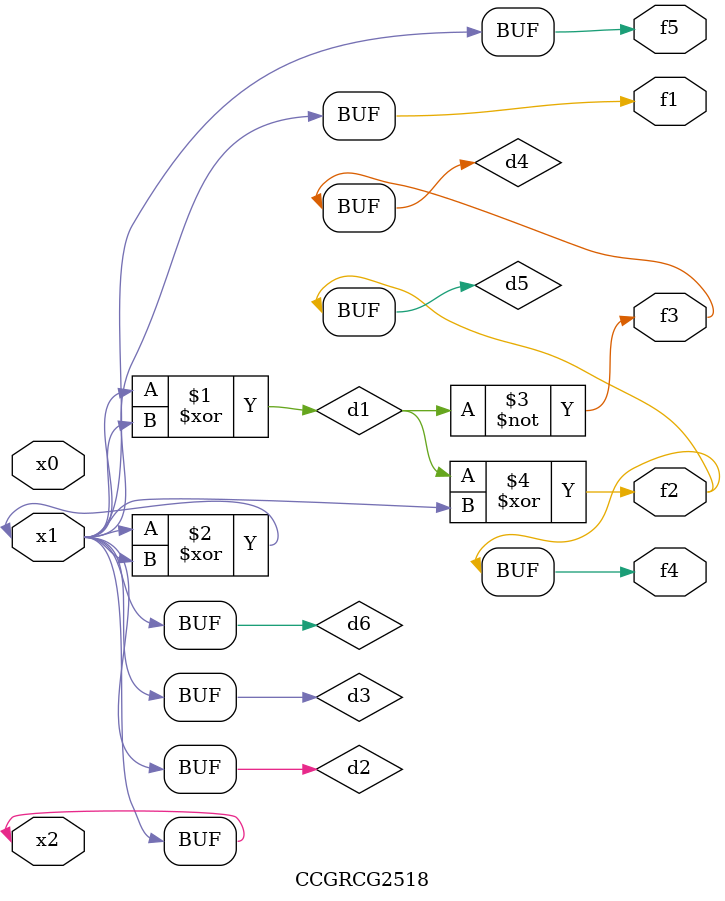
<source format=v>
module CCGRCG2518(
	input x0, x1, x2,
	output f1, f2, f3, f4, f5
);

	wire d1, d2, d3, d4, d5, d6;

	xor (d1, x1, x2);
	buf (d2, x1, x2);
	xor (d3, x1, x2);
	nor (d4, d1);
	xor (d5, d1, d2);
	buf (d6, d2, d3);
	assign f1 = d6;
	assign f2 = d5;
	assign f3 = d4;
	assign f4 = d5;
	assign f5 = d6;
endmodule

</source>
